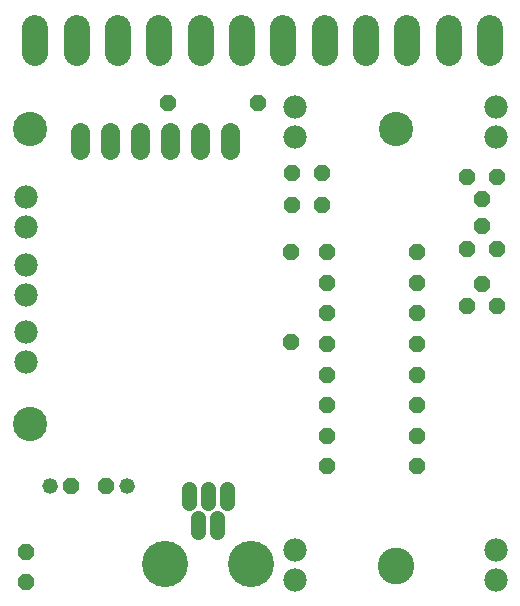
<source format=gbs>
G75*
%MOIN*%
%OFA0B0*%
%FSLAX24Y24*%
%IPPOS*%
%LPD*%
%AMOC8*
5,1,8,0,0,1.08239X$1,22.5*
%
%ADD10C,0.1142*%
%ADD11C,0.1221*%
%ADD12C,0.1540*%
%ADD13C,0.0516*%
%ADD14OC8,0.0560*%
%ADD15C,0.0880*%
%ADD16OC8,0.0520*%
%ADD17C,0.0520*%
%ADD18C,0.0640*%
%ADD19C,0.0780*%
D10*
X001361Y006946D03*
X001361Y016788D03*
X013566Y016788D03*
D11*
X013566Y002221D03*
D12*
X008737Y002299D03*
X005863Y002299D03*
D13*
X006985Y003339D02*
X006985Y003815D01*
X007300Y004327D02*
X007300Y004802D01*
X007930Y004802D02*
X007930Y004327D01*
X007615Y003815D02*
X007615Y003339D01*
X006670Y004327D02*
X006670Y004802D01*
D14*
X001260Y001673D03*
X001260Y002673D03*
X010087Y009700D03*
X011280Y009613D03*
X011280Y008593D03*
X011280Y007573D03*
X011273Y006564D03*
X011273Y005544D03*
X014273Y005544D03*
X014273Y006564D03*
X014280Y007573D03*
X014280Y008593D03*
X014280Y009613D03*
X014273Y010644D03*
X014273Y011664D03*
X014273Y012684D03*
X015933Y012804D03*
X016433Y013554D03*
X016933Y012804D03*
X016433Y011634D03*
X016933Y010884D03*
X015933Y010884D03*
X016433Y014454D03*
X016933Y015204D03*
X015933Y015204D03*
X011273Y012684D03*
X011273Y011664D03*
X011273Y010644D03*
X010087Y012700D03*
X010113Y014244D03*
X010113Y015324D03*
X011113Y015324D03*
X011113Y014244D03*
X008993Y017664D03*
X005993Y017664D03*
D15*
X005692Y019321D02*
X005692Y020161D01*
X007070Y020161D02*
X007070Y019321D01*
X008448Y019321D02*
X008448Y020161D01*
X009826Y020161D02*
X009826Y019321D01*
X011204Y019321D02*
X011204Y020161D01*
X012582Y020161D02*
X012582Y019321D01*
X013960Y019321D02*
X013960Y020161D01*
X015337Y020161D02*
X015337Y019321D01*
X016715Y019321D02*
X016715Y020161D01*
X004314Y020161D02*
X004314Y019321D01*
X002936Y019321D02*
X002936Y020161D01*
X001558Y020161D02*
X001558Y019321D01*
D16*
X002743Y004884D03*
X003903Y004884D03*
D17*
X004603Y004884D03*
X002043Y004884D03*
D18*
X003040Y016093D02*
X003040Y016693D01*
X004040Y016693D02*
X004040Y016093D01*
X005040Y016093D02*
X005040Y016693D01*
X006040Y016693D02*
X006040Y016093D01*
X007040Y016093D02*
X007040Y016693D01*
X008040Y016693D02*
X008040Y016093D01*
D19*
X010224Y016536D03*
X010224Y017536D03*
X016917Y017536D03*
X016917Y016536D03*
X016917Y002772D03*
X016917Y001772D03*
X010224Y001772D03*
X010224Y002772D03*
X001260Y009013D03*
X001260Y010013D03*
X001260Y011253D03*
X001260Y012253D03*
X001260Y013533D03*
X001260Y014533D03*
M02*

</source>
